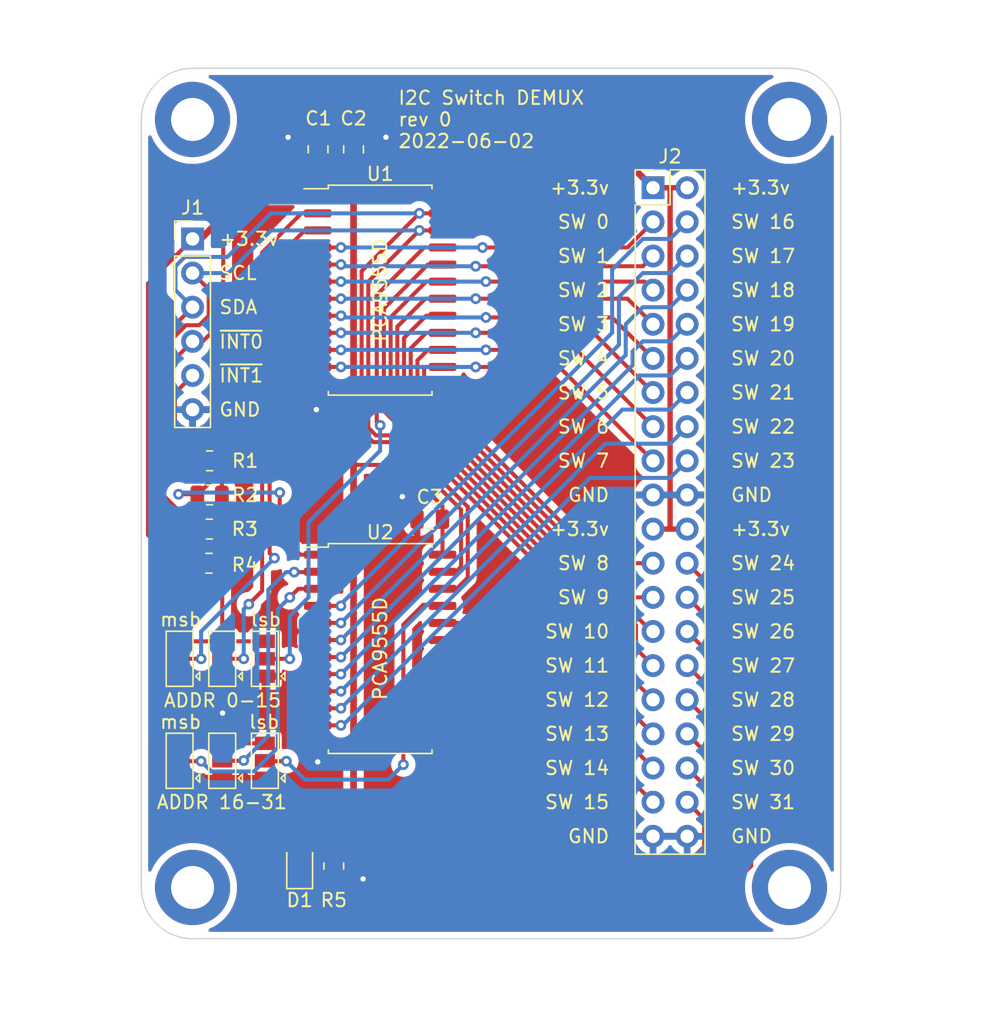
<source format=kicad_pcb>
(kicad_pcb (version 20211014) (generator pcbnew)
  (title_block (title "Switch MUX Breakout Board") (date "2022-06-02") (rev "0") (comment 2 "I2C switch mux") (comment 3 "Breakout board for prototyping functionality") (comment 4 "Drawn by: Jordan Aceto"))
  (layers (0 "F.Cu" signal) (31 "B.Cu" signal) (34 "B.Paste" user) (35 "F.Paste" user) (36 "B.SilkS" user "B.Silkscreen") (37 "F.SilkS" user "F.Silkscreen") (38 "B.Mask" user) (39 "F.Mask" user) (44 "Edge.Cuts" user))
  (net 0 "")
  (net 1 "Net-(D1-Pad1)")
  (net 2 "/SCL")
  (net 3 "/SDA")
  (net 4 "/~{INT 0-15}")
  (net 5 "/~{INT 16-31}")
  (net 6 "/A0 0-15")
  (net 7 "/A1 0-15")
  (net 8 "/A2 0-15")
  (net 9 "/A0 16-31")
  (net 10 "/SW0")
  (net 11 "/SW16")
  (net 12 "/SW1")
  (net 13 "/SW17")
  (net 14 "/SW2")
  (net 15 "/SW18")
  (net 16 "/SW3")
  (net 17 "/SW19")
  (net 18 "/SW4")
  (net 19 "/SW20")
  (net 20 "/SW5")
  (net 21 "/SW21")
  (net 22 "/SW6")
  (net 23 "/SW22")
  (net 24 "/SW7")
  (net 25 "/SW23")
  (net 26 "/SW8")
  (net 27 "/SW24")
  (net 28 "/SW9")
  (net 29 "/SW25")
  (net 30 "/SW10")
  (net 31 "/SW26")
  (net 32 "/SW11")
  (net 33 "/SW27")
  (net 34 "/SW12")
  (net 35 "/SW28")
  (net 36 "/SW13")
  (net 37 "/SW29")
  (net 38 "/SW14")
  (net 39 "/SW30")
  (net 40 "/SW15")
  (net 41 "/SW31")
  (net 42 "/A1 16-31")
  (net 43 "/A2 16-31")
  (net 44 "+3V3")
  (net 45 "GND")
  (footprint "Jumper:SolderJumper-3_P1.3mm_Open_Pad1.0x1.5mm" (layer "F.Cu") (at 131.114801 113.792001 90)
    (fp_text reference "JP4" hide)
    (fp_text value "SolderJumper_3_Open")
  )
  (footprint "Capacitor_SMD:C_0805_2012Metric" (layer "F.Cu") (at 135.077201 75.880001 90)
    (fp_text reference "C1")
    (fp_text value "10u")
  )
  (footprint "LED_SMD:LED_0805_2012Metric" (layer "F.Cu") (at 133.705601 129.209801 90)
    (fp_text reference "D1")
    (fp_text value "LED")
  )
  (footprint "Resistor_SMD:R_0805_2012Metric" (layer "F.Cu") (at 127.000001 99.060001 180)
    (fp_text reference "R1")
    (fp_text value "10k")
  )
  (footprint "Jumper:SolderJumper-3_P1.3mm_Open_Pad1.0x1.5mm" (layer "F.Cu") (at 127.939801 113.792001 90)
    (fp_text reference "JP3" hide)
    (fp_text value "SolderJumper_3_Open")
  )
  (footprint "Connector_PinHeader_2.54mm:PinHeader_1x06_P2.54mm_Vertical" (layer "F.Cu") (at 125.730001 82.550001)
    (fp_text reference "J1")
    (fp_text value "rpi_port")
  )
  (footprint "Package_SO:SOIC-24W_7.5x15.4mm_P1.27mm" (layer "F.Cu") (at 139.700001 113.030001)
    (fp_text reference "U2")
    (fp_text value "PCA9555D")
  )
  (footprint "Jumper:SolderJumper-3_P1.3mm_Open_Pad1.0x1.5mm" (layer "F.Cu") (at 131.114801 121.382001 90)
    (fp_text reference "JP7" hide)
    (fp_text value "SolderJumper_3_Open")
  )
  (footprint "MountingHole:MountingHole_3.2mm_M3_DIN965_Pad" (layer "F.Cu") (at 170.180001 73.660001)
    (fp_text reference "REF**" hide)
    (fp_text value "MountingHole_3.2mm_M3_DIN965_Pad")
  )
  (footprint "Resistor_SMD:R_0805_2012Metric" (layer "F.Cu") (at 127.000001 101.600001 180)
    (fp_text reference "R2")
    (fp_text value "10k")
  )
  (footprint "Capacitor_SMD:C_0805_2012Metric" (layer "F.Cu") (at 143.393201 103.403401 180)
    (fp_text reference "C3")
    (fp_text value "100n")
  )
  (footprint "MountingHole:MountingHole_3.2mm_M3_DIN965_Pad" (layer "F.Cu") (at 170.180001 130.810001)
    (fp_text reference "REF**" hide)
    (fp_text value "MountingHole_3.2mm_M3_DIN965_Pad")
  )
  (footprint "Jumper:SolderJumper-3_P1.3mm_Open_Pad1.0x1.5mm" (layer "F.Cu") (at 124.764801 113.792001 90)
    (fp_text reference "JP2" hide)
    (fp_text value "SolderJumper_3_Open")
  )
  (footprint "Resistor_SMD:R_0805_2012Metric" (layer "F.Cu") (at 136.245601 129.212101 -90)
    (fp_text reference "R5")
    (fp_text value "10k")
  )
  (footprint "Resistor_SMD:R_0805_2012Metric" (layer "F.Cu") (at 126.953001 106.680001 180)
    (fp_text reference "R4")
    (fp_text value "10k")
  )
  (footprint "MountingHole:MountingHole_3.2mm_M3_DIN965_Pad" (layer "F.Cu") (at 125.730001 130.810001)
    (fp_text reference "REF**" hide)
    (fp_text value "MountingHole_3.2mm_M3_DIN965_Pad")
  )
  (footprint "Capacitor_SMD:C_0805_2012Metric" (layer "F.Cu") (at 137.718801 75.880001 90)
    (fp_text reference "C2")
    (fp_text value "100n")
  )
  (footprint "Resistor_SMD:R_0805_2012Metric" (layer "F.Cu") (at 126.976501 104.140001 180)
    (fp_text reference "R3")
    (fp_text value "10k")
  )
  (footprint "Jumper:SolderJumper-3_P1.3mm_Open_Pad1.0x1.5mm" (layer "F.Cu") (at 124.764801 121.382001 90)
    (fp_text reference "JP5" hide)
    (fp_text value "SolderJumper_3_Open")
  )
  (footprint "Package_SO:SOIC-24W_7.5x15.4mm_P1.27mm" (layer "F.Cu") (at 139.700001 86.360001)
    (fp_text reference "U1")
    (fp_text value "PCA9555D")
  )
  (footprint "Jumper:SolderJumper-3_P1.3mm_Open_Pad1.0x1.5mm" (layer "F.Cu") (at 127.939801 121.382001 90)
    (fp_text reference "JP6" hide)
    (fp_text value "SolderJumper_3_Open")
  )
  (footprint "Connector_PinHeader_2.54mm:PinHeader_2x20_P2.54mm_Vertical" (layer "F.Cu") (at 160.020001 78.740001)
    (fp_text reference "J2")
    (fp_text value "LED_header")
  )
  (footprint "MountingHole:MountingHole_3.2mm_M3_DIN965_Pad" (layer "F.Cu") (at 125.730001 73.660001)
    (fp_text reference "REF**" hide)
    (fp_text value "MountingHole_3.2mm_M3_DIN965_Pad")
  )
  (gr_arc (start 121.92 73.66) (mid 123.035923 70.965923) (end 125.73 69.85) (layer "Edge.Cuts") (width 0.1))
  (gr_line (start 125.73 69.850001) (end 170.180001 69.850002) (layer "Edge.Cuts") (width 0.1))
  (gr_arc (start 125.729998 134.619998) (mid 123.035924 133.504074) (end 121.919998 130.809998) (layer "Edge.Cuts") (width 0.1))
  (gr_line (start 173.989998 130.810001) (end 173.990001 73.660001) (layer "Edge.Cuts") (width 0.1))
  (gr_line (start 125.729998 134.619998) (end 170.179999 134.619999) (layer "Edge.Cuts") (width 0.1))
  (gr_line (start 121.919998 130.809998) (end 121.92 73.66) (layer "Edge.Cuts") (width 0.1))
  (gr_arc (start 170.180001 69.850001) (mid 172.874078 70.965924) (end 173.990001 73.660001) (layer "Edge.Cuts") (width 0.1))
  (gr_arc (start 173.989998 130.810001) (mid 172.874074 133.504076) (end 170.179999 134.619999) (layer "Edge.Cuts") (width 0.1))
  (gr_text "GND" (at 127.635001 95.250001) (layer "F.SilkS") (effects (font (size 1 1)) (justify left)))
  (gr_text "SW 10" (at 156.845001 111.760001) (layer "F.SilkS") (effects (font (size 1 1)) (justify right)))
  (gr_text "msb" (at 124.841001 118.491001) (layer "F.SilkS") (effects (font (size 1 1))))
  (gr_text "SW 25" (at 165.735001 109.220001) (layer "F.SilkS") (effects (font (size 1 1)) (justify left)))
  (gr_text "ADDR 0-15" (at 127.965201 116.890801) (layer "F.SilkS") (effects (font (size 1 1))))
  (gr_text "SW 28" (at 165.735001 116.840001) (layer "F.SilkS") (effects (font (size 1 1)) (justify left)))
  (gr_text "SW 21" (at 165.735001 93.980001) (layer "F.SilkS") (effects (font (size 1 1)) (justify left)))
  (gr_text "SW 8" (at 156.845001 106.680001) (layer "F.SilkS") (effects (font (size 1 1)) (justify right)))
  (gr_text "SW 7" (at 156.845001 99.060001) (layer "F.SilkS") (effects (font (size 1 1)) (justify right)))
  (gr_text "SW 24" (at 165.735001 106.680001) (layer "F.SilkS") (effects (font (size 1 1)) (justify left)))
  (gr_text "SCL" (at 127.635001 85.090001) (layer "F.SilkS") (effects (font (size 1 1)) (justify left)))
  (gr_text "SW 18" (at 165.735001 86.360001) (layer "F.SilkS") (effects (font (size 1 1)) (justify left)))
  (gr_text "SW 14" (at 156.845001 121.920001) (layer "F.SilkS") (effects (font (size 1 1)) (justify right)))
  (gr_text "GND" (at 156.845001 101.600001) (layer "F.SilkS") (effects (font (size 1 1)) (justify right)))
  (gr_text "lsb" (at 131.064001 118.491001) (layer "F.SilkS") (effects (font (size 1 1))))
  (gr_text "PCA9555D" (at 139.700001 113.030001 90) (layer "F.SilkS") (effects (font (size 1 1))))
  (gr_text "I2C Switch DEMUX\nrev 0\n2022-06-02" (at 140.970001 73.660001) (layer "F.SilkS") (effects (font (size 1 1)) (justify left)))
  (gr_text "SW 19" (at 165.735001 88.900001) (layer "F.SilkS") (effects (font (size 1 1)) (justify left)))
  (gr_text "SW 9" (at 156.845001 109.220001) (layer "F.SilkS") (effects (font (size 1 1)) (justify right)))
  (gr_text "+3.3v" (at 156.845001 78.740001) (layer "F.SilkS") (effects (font (size 1 1)) (justify right)))
  (gr_text "SW 13" (at 156.845001 119.380001) (layer "F.SilkS") (effects (font (size 1 1)) (justify right)))
  (gr_text "SW 20" (at 165.735001 91.440001) (layer "F.SilkS") (effects (font (size 1 1)) (justify left)))
  (gr_text "SW 12" (at 156.845001 116.840001) (layer "F.SilkS") (effects (font (size 1 1)) (justify right)))
  (gr_text "PCA9555D" (at 139.700001 86.360001 90) (layer "F.SilkS") (effects (font (size 1 1))))
  (gr_text "+3.3v" (at 165.735001 104.140001) (layer "F.SilkS") (effects (font (size 1 1)) (justify left)))
  (gr_text "+3.3v" (at 156.845001 104.140001) (layer "F.SilkS") (effects (font (size 1 1)) (justify right)))
  (gr_text "SW 26" (at 165.735001 111.760001) (layer "F.SilkS") (effects (font (size 1 1)) (justify left)))
  (gr_text "SW 2" (at 156.845001 86.360001) (layer "F.SilkS") (effects (font (size 1 1)) (justify right)))
  (gr_text "GND" (at 165.735001 101.600001) (layer "F.SilkS") (effects (font (size 1 1)) (justify left)))
  (gr_text "~{INT1}" (at 127.635001 92.710001) (layer "F.SilkS") (effects (font (size 1 1)) (justify left)))
  (gr_text "GND" (at 156.845001 127.000001) (layer "F.SilkS") (effects (font (size 1 1)) (justify right)))
  (gr_text "SW 29" (at 165.735001 119.380001) (layer "F.SilkS") (effects (font (size 1 1)) (justify left)))
  (gr_text "lsb" (at 131.191001 110.871001) (layer "F.SilkS") (effects (font (size 1 1))))
  (gr_text "SW 6" (at 156.845001 96.520001) (layer "F.SilkS") (effects (font (size 1 1)) (justify right)))
  (gr_text "~{INT0}" (at 127.635001 90.200001) (layer "F.SilkS") (effects (font (size 1 1)) (justify left)))
  (gr_text "GND" (at 165.735001 127.000001) (layer "F.SilkS") (effects (font (size 1 1)) (justify left)))
  (gr_text "SW 4" (at 156.845001 91.440001) (layer "F.SilkS") (effects (font (size 1 1)) (justify right)))
  (gr_text "msb" (at 124.841001 110.871001) (layer "F.SilkS") (effects (font (size 1 1))))
  (gr_text "SW 31" (at 165.735001 124.460001) (layer "F.SilkS") (effects (font (size 1 1)) (justify left)))
  (gr_text "SW 15" (at 156.845001 124.460001) (layer "F.SilkS") (effects (font (size 1 1)) (justify right)))
  (gr_text "+3.3v" (at 127.635001 82.550001) (layer "F.SilkS") (effects (font (size 1 1)) (justify left)))
  (gr_text "SDA" (at 127.635001 87.630001) (layer "F.SilkS") (effects (font (size 1 1)) (justify left)))
  (gr_text "SW 1" (at 156.845001 83.820001) (layer "F.SilkS") (effects (font (size 1 1)) (justify right)))
  (gr_text "SW 30" (at 165.735001 121.920001) (layer "F.SilkS") (effects (font (size 1 1)) (justify left)))
  (gr_text "SW 17" (at 165.735001 83.820001) (layer "F.SilkS") (effects (font (size 1 1)) (justify left)))
  (gr_text "SW 27" (at 165.735001 114.300001) (layer "F.SilkS") (effects (font (size 1 1)) (justify left)))
  (gr_text "+3.3v" (at 165.735001 78.740001) (layer "F.SilkS") (effects (font (size 1 1)) (justify left)))
  (gr_text "SW 5" (at 156.845001 93.980001) (layer "F.SilkS") (effects (font (size 1 1)) (justify right)))
  (gr_text "SW 22" (at 165.735001 96.520001) (layer "F.SilkS") (effects (font (size 1 1)) (justify left)))
  (gr_text "SW 23" (at 165.735001 99.060001) (layer "F.SilkS") (effects (font (size 1 1)) (justify left)))
  (gr_text "SW 0" (at 156.845001 81.280001) (layer "F.SilkS") (effects (font (size 1 1)) (justify right)))
  (gr_text "ADDR 16-31" (at 127.914401 124.460001) (layer "F.SilkS") (effects (font (size 1 1))))
  (gr_text "SW 11" (at 156.845001 114.300001) (layer "F.SilkS") (effects (font (size 1 1)) (justify right)))
  (gr_text "SW 16" (at 165.735001 81.280001) (layer "F.SilkS") (effects (font (size 1 1)) (justify left)))
  (gr_text "SW 3" (at 156.845001 88.900001) (layer "F.SilkS") (effects (font (size 1 1)) (justify right)))
  (segment (start 134.397901 130.147301) (end 136.245601 128.299601) (width 0.3) (layer "F.Cu") (net 1))
  (segment (start 133.705601 130.147301) (end 134.397901 130.147301) (width 0.3) (layer "F.Cu") (net 1))
  (segment (start 144.350001 81.915001) (end 142.621001 81.915001) (width 0.3) (layer "F.Cu") (net 2))
  (segment (start 126.929512 86.289512) (end 126.929512 88.267834) (width 0.3) (layer "F.Cu") (net 2))
  (segment (start 146.224041 107.750561) (end 145.389601 108.585001) (width 0.3) (layer "F.Cu") (net 2))
  (segment (start 139.389542 97.167912) (end 140.906712 97.167912) (width 0.3) (layer "F.Cu") (net 2))
  (segment (start 123.410162 90.793474) (end 123.410162 101.486162) (width 0.3) (layer "F.Cu") (net 2))
  (segment (start 140.906712 97.167912) (end 146.224041 102.485241) (width 0.3) (layer "F.Cu") (net 2))
  (segment (start 126.929512 88.267834) (end 126.226856 88.97049) (width 0.3) (layer "F.Cu") (net 2))
  (segment (start 145.389601 108.585001) (end 144.350001 108.585001) (width 0.3) (layer "F.Cu") (net 2))
  (segment (start 146.224041 102.485241) (end 146.224041 107.750561) (width 0.3) (layer "F.Cu") (net 2))
  (segment (start 142.621001 81.915001) (end 138.817841 85.718161) (width 0.3) (layer "F.Cu") (net 2))
  (segment (start 125.233146 88.97049) (end 123.410162 90.793474) (width 0.3) (layer "F.Cu") (net 2))
  (segment (start 123.410162 101.486162) (end 126.064001 104.140001) (width 0.3) (layer "F.Cu") (net 2))
  (segment (start 126.226856 88.97049) (end 125.233146 88.97049) (width 0.3) (layer "F.Cu") (net 2))
  (segment (start 125.730001 85.090001) (end 126.929512 86.289512) (width 0.3) (layer "F.Cu") (net 2))
  (segment (start 138.817841 96.596211) (end 139.389542 97.167912) (width 0.3) (layer "F.Cu") (net 2))
  (segment (start 138.817841 85.718161) (end 138.817841 96.596211) (width 0.3) (layer "F.Cu") (net 2))
  (via (at 142.621001 81.915001) (size 0.8) (drill 0.4) (layers "F.Cu" "B.Cu") (net 2))
  (segment (start 128.397001 85.090001) (end 125.730001 85.090001) (width 0.3) (layer "B.Cu") (net 2))
  (segment (start 131.572001 81.915001) (end 128.397001 85.090001) (width 0.3) (layer "B.Cu") (net 2))
  (segment (start 142.621001 81.915001) (end 131.572001 81.915001) (width 0.3) (layer "B.Cu") (net 2))
  (segment (start 138.318321 84.947681) (end 142.621001 80.645001) (width 0.3) (layer "F.Cu") (net 3))
  (segment (start 138.318321 96.803118) (end 138.318321 84.947681) (width 0.3) (layer "F.Cu") (net 3))
  (segment (start 145.724521 102.692149) (end 140.699803 97.667431) (width 0.3) (layer "F.Cu") (net 3))
  (segment (start 122.910642 90.44936) (end 125.730001 87.630001) (width 0.3) (layer "F.Cu") (net 3))
  (segment (start 139.182633 97.667431) (end 138.318321 96.803118) (width 0.3) (layer "F.Cu") (net 3))
  (segment (start 122.910642 103.550142) (end 122.910642 90.44936) (width 0.3) (layer "F.Cu") (net 3))
  (segment (start 144.350001 107.315001) (end 145.338801 107.315001) (width 0.3) (layer "F.Cu") (net 3))
  (segment (start 144.350001 80.645001) (end 142.621001 80.645001) (width 0.3) (layer "F.Cu") (net 3))
  (segment (start 140.699803 97.667431) (end 139.182633 97.667431) (width 0.3) (layer "F.Cu") (net 3))
  (segment (start 145.338801 107.315001) (end 145.724521 106.929281) (width 0.3) (layer "F.Cu") (net 3))
  (segment (start 126.040501 106.680001) (end 122.910642 103.550142) (width 0.3) (layer "F.Cu") (net 3))
  (segment (start 145.724521 106.929281) (end 145.724521 102.692149) (width 0.3) (layer "F.Cu") (net 3))
  (via (at 142.621001 80.645001) (size 0.8) (drill 0.4) (layers "F.Cu" "B.Cu") (net 3))
  (segment (start 131.572001 80.645001) (end 128.326512 83.89049) (width 0.3) (layer "B.Cu") (net 3))
  (segment (start 142.621001 80.645001) (end 131.572001 80.645001) (width 0.3) (layer "B.Cu") (net 3))
  (segment (start 124.460001 86.360001) (end 125.730001 87.630001) (width 0.3) (layer "B.Cu") (net 3))
  (segment (start 124.460001 84.582001) (end 124.460001 86.360001) (width 0.3) (layer "B.Cu") (net 3))
  (segment (start 125.151512 83.89049) (end 124.460001 84.582001) (width 0.3) (layer "B.Cu") (net 3))
  (segment (start 128.326512 83.89049) (end 125.151512 83.89049) (width 0.3) (layer "B.Cu") (net 3))
  (segment (start 125.730001 90.170001) (end 126.492001 90.170001) (width 0.3) (layer "F.Cu") (net 4))
  (segment (start 130.784601 79.375001) (end 135.050001 79.375001) (width 0.3) (layer "F.Cu") (net 4))
  (segment (start 123.909681 98.306481) (end 123.909681 91.990321) (width 0.3) (layer "F.Cu") (net 4))
  (segment (start 128.016001 82.143601) (end 130.784601 79.375001) (width 0.3) (layer "F.Cu") (net 4))
  (segment (start 124.663201 99.060001) (end 123.909681 98.306481) (width 0.3) (layer "F.Cu") (net 4))
  (segment (start 126.492001 90.170001) (end 128.016001 88.646001) (width 0.3) (layer "F.Cu") (net 4))
  (segment (start 126.087501 99.060001) (end 124.663201 99.060001) (width 0.3) (layer "F.Cu") (net 4))
  (segment (start 123.909681 91.990321) (end 125.730001 90.170001) (width 0.3) (layer "F.Cu") (net 4))
  (segment (start 128.016001 88.646001) (end 128.016001 82.143601) (width 0.3) (layer "F.Cu") (net 4))
  (segment (start 132.219901 104.508501) (end 133.756401 106.045001) (width 0.3) (layer "F.Cu") (net 5))
  (segment (start 126.59833 98.010481) (end 125.086881 98.010481) (width 0.3) (layer "F.Cu") (net 5))
  (segment (start 124.409201 97.332801) (end 124.409201 94.030801) (width 0.3) (layer "F.Cu") (net 5))
  (segment (start 124.688601 101.549201) (end 126.036701 101.549201) (width 0.3) (layer "F.Cu") (net 5))
  (segment (start 126.036701 101.549201) (end 126.087501 101.600001) (width 0.3) (layer "F.Cu") (net 5))
  (segment (start 132.219901 101.422201) (end 132.219901 104.508501) (width 0.3) (layer "F.Cu") (net 5))
  (segment (start 126.949521 98.361672) (end 126.59833 98.010481) (width 0.3) (layer "F.Cu") (net 5))
  (segment (start 125.086881 98.010481) (end 124.409201 97.332801) (width 0.3) (layer "F.Cu") (net 5))
  (segment (start 133.756401 106.045001) (end 135.050001 106.045001) (width 0.3) (layer "F.Cu") (net 5))
  (segment (start 126.087501 101.600001) (end 126.949521 100.737981) (width 0.3) (layer "F.Cu") (net 5))
  (segment (start 126.949521 100.737981) (end 126.949521 98.361672) (width 0.3) (layer "F.Cu") (net 5))
  (segment (start 124.409201 94.030801) (end 125.730001 92.710001) (width 0.3) (layer "F.Cu") (net 5))
  (via (at 124.688601 101.549201) (size 0.8) (drill 0.4) (layers "F.Cu" "B.Cu") (net 5))
  (via (at 132.219901 101.422201) (size 0.8) (drill 0.4) (layers "F.Cu" "B.Cu") (net 5))
  (segment (start 132.219901 101.422201) (end 124.815601 101.422201) (width 0.3) (layer "B.Cu") (net 5))
  (segment (start 124.815601 101.422201) (end 124.688601 101.549201) (width 0.3) (layer "B.Cu") (net 5))
  (segment (start 139.446001 86.715601) (end 142.976601 83.185001) (width 0.3) (layer "F.Cu") (net 6))
  (segment (start 132.969001 113.792001) (end 131.114801 113.792001) (width 0.3) (layer "F.Cu") (net 6))
  (segment (start 139.446001 86.715601) (end 139.446001 96.164401) (width 0.3) (layer "F.Cu") (net 6))
  (segment (start 139.446001 96.164401) (end 139.700001 96.418401) (width 0.3) (layer "F.Cu") (net 6))
  (segment (start 144.350001 83.185001) (end 142.976601 83.185001) (width 0.3) (layer "F.Cu") (net 6))
  (via (at 132.969001 113.792001) (size 0.8) (drill 0.4) (layers "F.Cu" "B.Cu") (net 6))
  (via (at 139.700001 96.418401) (size 0.8) (drill 0.4) (layers "F.Cu" "B.Cu") (net 6))
  (segment (start 134.366001 109.220001) (end 132.969001 110.617001) (width 0.3) (layer "B.Cu") (net 6))
  (segment (start 139.700001 98.298001) (end 134.366001 103.632001) (width 0.3) (layer "B.Cu") (net 6))
  (segment (start 134.366001 103.632001) (end 134.366001 109.220001) (width 0.3) (layer "B.Cu") (net 6))
  (segment (start 139.700001 96.418401) (end 139.700001 98.298001) (width 0.3) (layer "B.Cu") (net 6))
  (segment (start 132.969001 110.617001) (end 132.969001 113.792001) (width 0.3) (layer "B.Cu") (net 6))
  (segment (start 127.939801 113.792001) (end 129.540001 113.792001) (width 0.3) (layer "F.Cu") (net 7))
  (segment (start 130.911601 83.566001) (end 133.832601 80.645001) (width 0.3) (layer "F.Cu") (net 7))
  (segment (start 133.832601 80.645001) (end 135.050001 80.645001) (width 0.3) (layer "F.Cu") (net 7))
  (segment (start 129.921001 109.728001) (end 130.911601 108.737401) (width 0.3) (layer "F.Cu") (net 7))
  (segment (start 130.911601 108.737401) (end 130.911601 83.566001) (width 0.3) (layer "F.Cu") (net 7))
  (via (at 129.921001 109.728001) (size 0.8) (drill 0.4) (layers "F.Cu" "B.Cu") (net 7))
  (via (at 129.540001 113.792001) (size 0.8) (drill 0.4) (layers "F.Cu" "B.Cu") (net 7))
  (segment (start 129.540001 110.109001) (end 129.540001 113.792001) (width 0.3) (layer "B.Cu") (net 7))
  (segment (start 129.921001 109.728001) (end 129.540001 110.109001) (width 0.3) (layer "B.Cu") (net 7))
  (segment (start 131.47039 105.94339) (end 131.47039 84.531212) (width 0.3) (layer "F.Cu") (net 8))
  (segment (start 131.47039 84.531212) (end 134.086601 81.915001) (width 0.3) (layer "F.Cu") (net 8))
  (segment (start 134.086601 81.915001) (end 135.050001 81.915001) (width 0.3) (layer "F.Cu") (net 8))
  (segment (start 124.764801 113.792001) (end 126.365001 113.792001) (width 0.3) (layer "F.Cu") (net 8))
  (segment (start 131.826001 106.299001) (end 131.47039 105.94339) (width 0.3) (layer "F.Cu") (net 8))
  (via (at 126.365001 113.792001) (size 0.8) (drill 0.4) (layers "F.Cu" "B.Cu") (net 8))
  (via (at 131.826001 106.299001) (size 0.8) (drill 0.4) (layers "F.Cu" "B.Cu") (net 8))
  (segment (start 126.365001 113.792001) (end 126.365001 111.760001) (width 0.3) (layer "B.Cu") (net 8))
  (segment (start 126.365001 111.760001) (end 131.826001 106.299001) (width 0.3) (layer "B.Cu") (net 8))
  (segment (start 144.273801 109.778801) (end 144.350001 109.855001) (width 0.3) (layer "F.Cu") (net 9))
  (segment (start 132.715001 121.412001) (end 131.144801 121.412001) (width 0.3) (layer "F.Cu") (net 9))
  (segment (start 131.144801 121.412001) (end 131.114801 121.382001) (width 0.3) (layer "F.Cu") (net 9))
  (segment (start 142.900401 109.778801) (end 144.273801 109.778801) (width 0.3) (layer "F.Cu") (net 9))
  (segment (start 141.427201 121.666001) (end 141.427201 111.252001) (width 0.3) (layer "F.Cu") (net 9))
  (segment (start 141.427201 111.252001) (end 142.900401 109.778801) (width 0.3) (layer "F.Cu") (net 9))
  (via (at 141.427201 121.666001) (size 0.8) (drill 0.4) (layers "F.Cu" "B.Cu") (net 9))
  (via (at 132.715001 121.412001) (size 0.8) (drill 0.4) (layers "F.Cu" "B.Cu") (net 9))
  (segment (start 134.086601 122.783601) (end 140.309601 122.783601) (width 0.3) (layer "B.Cu") (net 9))
  (segment (start 140.309601 122.783601) (end 141.427201 121.666001) (width 0.3) (layer "B.Cu") (net 9))
  (segment (start 132.715001 121.412001) (end 134.086601 122.783601) (width 0.3) (layer "B.Cu") (net 9))
  (segment (start 158.115001 83.185001) (end 147.320001 83.185001) (width 0.3) (layer "F.Cu") (net 10))
  (segment (start 136.779001 83.185001) (end 135.050001 83.185001) (width 0.3) (layer "F.Cu") (net 10))
  (segment (start 160.020001 81.280001) (end 158.115001 83.185001) (width 0.3) (layer "F.Cu") (net 10))
  (via (at 147.320001 83.185001) (size 0.8) (drill 0.4) (layers "F.Cu" "B.Cu") (net 10))
  (via (at 136.779001 83.185001) (size 0.8) (drill 0.4) (layers "F.Cu" "B.Cu") (net 10))
  (segment (start 136.779001 83.185001) (end 147.320001 83.185001) (width 0.3) (layer "B.Cu") (net 10))
  (segment (start 135.050001 109.855001) (end 136.779001 109.855001) (width 0.3) (layer "F.Cu") (net 11))
  (via (at 136.779001 109.855001) (size 0.8) (drill 0.4) (layers "F.Cu" "B.Cu") (net 11))
  (segment (start 156.972001 89.535001) (end 136.779001 109.728001) (width 0.3) (layer "B.Cu") (net 11))
  (segment (start 156.972001 84.836001) (end 156.972001 89.535001) (width 0.3) (layer "B.Cu") (net 11))
  (segment (start 159.258001 82.550001) (end 156.972001 84.836001) (width 0.3) (layer "B.Cu") (net 11))
  (segment (start 161.290001 82.550001) (end 159.258001 82.550001) (width 0.3) (layer "B.Cu") (net 11))
  (segment (start 136.779001 109.728001) (end 136.779001 109.855001) (width 0.3) (layer "B.Cu") (net 11))
  (segment (start 162.560001 81.280001) (end 161.290001 82.550001) (width 0.3) (layer "B.Cu") (net 11))
  (segment (start 136.779001 84.455001) (end 135.050001 84.455001) (width 0.3) (layer "F.Cu") (net 12))
  (segment (start 160.020001 83.820001) (end 159.258001 84.582001) (width 0.3) (layer "F.Cu") (net 12))
  (segment (start 159.258001 84.582001) (end 146.812001 84.582001) (width 0.3) (layer "F.Cu") (net 12))
  (via (at 146.812001 84.582001) (size 0.8) (drill 0.4) (layers "F.Cu" "B.Cu") (net 12))
  (via (at 136.779001 84.455001) (size 0.8) (drill 0.4) (layers "F.Cu" "B.Cu") (net 12))
  (segment (start 136.779001 84.455001) (end 136.906001 84.582001) (width 0.3) (layer "B.Cu") (net 12))
  (segment (start 136.906001 84.582001) (end 146.812001 84.582001) (width 0.3) (layer "B.Cu") (net 12))
  (segment (start 135.050001 111.125001) (end 136.779001 111.125001) (width 0.3) (layer "F.Cu") (net 13))
  (via (at 136.779001 111.125001) (size 0.8) (drill 0.4) (layers "F.Cu" "B.Cu") (net 13))
  (segment (start 161.290001 85.090001) (end 159.258001 85.090001) (width 0.3) (layer "B.Cu") (net 13))
  (segment (start 157.480001 90.424001) (end 136.779001 111.125001) (width 0.3) (layer "B.Cu") (net 13))
  (segment (start 159.258001 85.090001) (end 157.480001 86.868001) (width 0.3) (layer "B.Cu") (net 13))
  (segment (start 162.560001 83.820001) (end 161.290001 85.090001) (width 0.3) (layer "B.Cu") (net 13))
  (segment (start 157.480001 86.868001) (end 157.480001 90.424001) (width 0.3) (layer "B.Cu") (net 13))
  (segment (start 147.574001 85.725001) (end 159.385001 85.725001) (width 0.3) (layer "F.Cu") (net 14))
  (segment (start 159.385001 85.725001) (end 160.020001 86.360001) (width 0.3) (layer "F.Cu") (net 14))
  (segment (start 136.779001 85.725001) (end 135.050001 85.725001) (width 0.3) (layer "F.Cu") (net 14))
  (via (at 147.574001 85.725001) (size 0.8) (drill 0.4) (layers "F.Cu" "B.Cu") (net 14))
  (via (at 136.779001 85.725001) (size 0.8) (drill 0.4) (layers "F.Cu" "B.Cu") (net 14))
  (segment (start 136.779001 85.725001) (end 147.574001 85.725001) (width 0.3) (layer "B.Cu") (net 14))
  (segment (start 135.050001 112.395001) (end 136.779001 112.395001) (width 0.3) (layer "F.Cu") (net 15))
  (via (at 136.779001 112.395001) (size 0.8) (drill 0.4) (layers "F.Cu" "B.Cu") (net 15))
  (segment (start 161.290001 87.630001) (end 159.258001 87.630001) (width 0.3) (layer "B.Cu") (net 15))
  (segment (start 162.560001 86.360001) (end 161.290001 87.630001) (width 0.3) (layer "B.Cu") (net 15))
  (segment (start 157.988001 88.900001) (end 157.988001 91.186001) (width 0.3) (layer "B.Cu") (net 15))
  (segment (start 157.988001 91.186001) (end 136.779001 112.395001) (width 0.3) (layer "B.Cu") (net 15))
  (segment (start 159.258001 87.630001) (end 157.988001 88.900001) (width 0.3) (layer "B.Cu") (net 15))
  (segment (start 146.812001 86.995001) (end 158.115001 86.995001) (width 0.3) (layer "F.Cu") (net 16))
  (segment (start 136.779001 86.995001) (end 135.050001 86.995001) (width 0.3) (layer "F.Cu") (net 16))
  (segment (start 158.115001 86.995001) (end 160.020001 88.900001) (width 0.3) (layer "F.Cu") (net 16))
  (via (at 146.812001 86.995001) (size 0.8) (drill 0.4) (layers "F.Cu" "B.Cu") (net 16))
  (via (at 136.779001 86.995001) (size 0.8) (drill 0.4) (layers "F.Cu" "B.Cu") (net 16))
  (segment (start 136.779001 86.995001) (end 146.812001 86.995001) (width 0.3) (layer "B.Cu") (net 16))
  (segment (start 135.050001 113.665001) (end 136.779001 113.665001) (width 0.3) (layer "F.Cu") (net 17))
  (via (at 136.779001 113.665001) (size 0.8) (drill 0.4) (layers "F.Cu" "B.Cu") (net 17))
  (segment (start 158.496001 91.948001) (end 136.779001 113.665001) (width 0.3) (layer "B.Cu") (net 17))
  (segment (start 161.290001 90.170001) (end 159.258001 90.170001) (width 0.3) (layer "B.Cu") (net 17))
  (segment (start 159.258001 90.170001) (end 158.496001 90.932001) (width 0.3) (layer "B.Cu") (net 17))
  (segment (start 158.496001 90.932001) (end 158.496001 91.948001) (width 0.3) (layer "B.Cu") (net 17))
  (segment (start 162.560001 88.900001) (end 161.290001 90.170001) (width 0.3) (layer "B.Cu") (net 17))
  (segment (start 156.972001 88.392001) (end 147.574001 88.392001) (width 0.3) (layer "F.Cu") (net 18))
  (segment (start 160.020001 91.440001) (end 156.972001 88.392001) (width 0.3) (layer "F.Cu") (net 18))
  (segment (start 136.779001 88.265001) (end 135.050001 88.265001) (width 0.3) (layer "F.Cu") (net 18))
  (via (at 147.574001 88.392001) (size 0.8) (drill 0.4) (layers "F.Cu" "B.Cu") (net 18))
  (via (at 136.779001 88.265001) (size 0.8) (drill 0.4) (layers "F.Cu" "B.Cu") (net 18))
  (segment (start 136.779001 88.265001) (end 136.906001 88.392001) (width 0.3) (layer "B.Cu") (net 18))
  (segment (start 136.906001 88.392001) (end 147.574001 88.392001) (width 0.3) (layer "B.Cu") (net 18))
  (segment (start 135.050001 114.935001) (end 136.779001 114.935001) (width 0.3) (layer "F.Cu") (net 19))
  (via (at 136.779001 114.935001) (size 0.8) (drill 0.4) (layers "F.Cu" "B.Cu") (net 19))
  (segment (start 159.004001 92.710001) (end 136.779001 114.935001) (width 0.3) (layer "B.Cu") (net 19))
  (segment (start 161.290001 92.710001) (end 159.004001 92.710001) (width 0.3) (layer "B.Cu") (net 19))
  (segment (start 162.560001 91.440001) (end 161.290001 92.710001) (width 0.3) (layer "B.Cu") (net 19))
  (segment (start 160.020001 93.980001) (end 155.575001 89.535001) (width 0.3) (layer "F.Cu") (net 20))
  (segment (start 155.575001 89.535001) (end 146.812001 89.535001) (width 0.3) (layer "F.Cu") (net 20))
  (segment (start 136.779001 89.535001) (end 135.050001 89.535001) (width 0.3) (layer "F.Cu") (net 20))
  (via (at 146.812001 89.535001) (size 0.8) (drill 0.4) (layers "F.Cu" "B.Cu") (net 20))
  (via (at 136.779001 89.535001) (size 0.8) (drill 0.4) (layers "F.Cu" "B.Cu") (net 20))
  (segment (start 136.779001 89.535001) (end 146.812001 89.535001) (width 0.3) (layer "B.Cu") (net 20))
  (segment (start 135.050001 116.205001) (end 136.779001 116.205001) (width 0.3) (layer "F.Cu") (net 21))
  (via (at 136.779001 116.205001) (size 0.8) (drill 0.4) (layers "F.Cu" "B.Cu") (net 21))
  (segment (start 157.734001 95.250001) (end 136.779001 116.205001) (width 0.3) (layer "B.Cu") (net 21))
  (segment (start 162.560001 93.980001) (end 161.290001 95.250001) (width 0.3) (layer "B.Cu") (net 21))
  (segment (start 161.290001 95.250001) (end 157.734001 95.250001) (width 0.3) (layer "B.Cu") (net 21))
  (segment (start 154.305001 90.805001) (end 160.020001 96.520001) (width 0.3) (layer "F.Cu") (net 22))
  (segment (start 136.779001 90.805001) (end 135.050001 90.805001) (width 0.3) (layer "F.Cu") (net 22))
  (segment (start 147.574001 90.805001) (end 154.305001 90.805001) (width 0.3) (layer "F.Cu") (net 22))
  (via (at 136.779001 90.805001) (size 0.8) (drill 0.4) (layers "F.Cu" "B.Cu") (net 22))
  (via (at 147.574001 90.805001) (size 0.8) (drill 0.4) (layers "F.Cu" "B.Cu") (net 22))
  (segment (start 136.779001 90.805001) (end 147.574001 90.805001) (width 0.3) (layer "B.Cu") (net 22))
  (segment (start 135.050001 117.475001) (end 136.779001 117.475001) (width 0.3) (layer "F.Cu") (net 23))
  (via (at 136.779001 117.475001) (size 0.8) (drill 0.4) (layers "F.Cu" "B.Cu") (net 23))
  (segment (start 161.290001 97.790001) (end 156.464001 97.790001) (width 0.3) (layer "B.Cu") (net 23))
  (segment (start 156.464001 97.790001) (end 136.779001 117.475001) (width 0.3) (layer "B.Cu") (net 23))
  (segment (start 162.560001 96.520001) (end 161.290001 97.790001) (width 0.3) (layer "B.Cu") (net 23))
  (segment (start 160.020001 99.060001) (end 153.035001 92.075001) (width 0.3) (layer "F.Cu") (net 24))
  (segment (start 136.779001 92.075001) (end 135.050001 92.075001) (width 0.3) (layer "F.Cu") (net 24))
  (segment (start 153.035001 92.075001) (end 146.812001 92.075001) (width 0.3) (layer "F.Cu") (net 24))
  (via (at 146.812001 92.075001) (size 0.8) (drill 0.4) (layers "F.Cu" "B.Cu") (net 24))
  (via (at 136.779001 92.075001) (size 0.8) (drill 0.4) (layers "F.Cu" "B.Cu") (net 24))
  (segment (start 136.779001 92.075001) (end 146.812001 92.075001) (width 0.3) (layer "B.Cu") (net 24))
  (segment (start 135.050001 118.745001) (end 136.779001 118.745001) (width 0.3) (layer "F.Cu") (net 25))
  (via (at 136.779001 118.745001) (size 0.8) (drill 0.4) (layers "F.Cu" "B.Cu") (net 25))
  (segment (start 161.290001 100.330001) (end 155.321001 100.330001) (width 0.3) (layer "B.Cu") (net 25))
  (segment (start 155.321001 100.330001) (end 136.906001 118.745001) (width 0.3) (layer "B.Cu") (net 25))
  (segment (start 136.906001 118.745001) (end 136.779001 118.745001) (width 0.3) (layer "B.Cu") (net 25))
  (segment (start 162.560001 99.060001) (end 161.290001 100.330001) (width 0.3) (layer "B.Cu") (net 25))
  (segment (start 144.350001 93.345001) (end 144.350001 94.788289) (width 0.3) (layer "F.Cu") (net 26))
  (segment (start 144.350001 94.788289) (end 156.241713 106.680001) (width 0.3) (layer "F.Cu") (net 26))
  (segment (start 156.241713 106.680001) (end 160.020001 106.680001) (width 0.3) (layer "F.Cu") (net 26))
  (segment (start 150.622001 120.904001) (end 149.733001 120.015001) (width 0.3) (layer "F.Cu") (net 27))
  (segment (start 162.560001 106.680001) (end 167.326578 111.446578) (width 0.3) (layer "F.Cu") (net 27))
  (segment (start 149.733001 120.015001) (end 144.350001 120.015001) (width 0.3) (layer "F.Cu") (net 27))
  (segment (start 164.262336 132.274573) (end 156.785573 132.274573) (width 0.3) (layer "F.Cu") (net 27))
  (segment (start 167.326578 111.446578) (end 167.326578 129.210331) (width 0.3) (layer "F.Cu") (net 27))
  (segment (start 156.785573 132.274573) (end 150.622001 126.111001) (width 0.3) (layer "F.Cu") (net 27))
  (segment (start 167.326578 129.210331) (end 164.262336 132.274573) (width 0.3) (layer "F.Cu") (net 27))
  (segment (start 150.622001 126.111001) (end 150.622001 120.904001) (width 0.3) (layer "F.Cu") (net 27))
  (segment (start 142.975481 94.120197) (end 158.075285 109.220001) (width 0.3) (layer "F.Cu") (net 28))
  (segment (start 144.350001 92.075001) (end 143.129001 92.075001) (width 0.3) (layer "F.Cu") (net 28))
  (segment (start 158.075285 109.220001) (end 160.020001 109.220001) (width 0.3) (layer "F.Cu") (net 28))
  (segment (start 143.129001 92.075001) (end 142.975481 92.228521) (width 0.3) (layer "F.Cu") (net 28))
  (segment (start 142.975481 92.228521) (end 142.975481 94.120197) (width 0.3) (layer "F.Cu") (net 28))
  (segment (start 144.350001 118.745001) (end 149.169416 118.745001) (width 0.3) (layer "F.Cu") (net 29))
  (segment (start 151.130001 125.912585) (end 156.992478 131.775062) (width 0.3) (layer "F.Cu") (net 29))
  (segment (start 151.130001 120.705586) (end 151.130001 125.912585) (width 0.3) (layer "F.Cu") (net 29))
  (segment (start 149.169416 118.745001) (end 151.130001 120.705586) (width 0.3) (layer "F.Cu") (net 29))
  (segment (start 166.827067 113.487067) (end 162.560001 109.220001) (width 0.3) (layer "F.Cu") (net 29))
  (segment (start 166.827067 129.003424) (end 166.827067 113.487067) (width 0.3) (layer "F.Cu") (net 29))
  (segment (start 164.05543 131.775063) (end 166.827067 129.003424) (width 0.3) (layer "F.Cu") (net 29))
  (segment (start 156.992478 131.775062) (end 164.05543 131.775063) (width 0.3) (layer "F.Cu") (net 29))
  (segment (start 159.908857 111.760001) (end 160.020001 111.760001) (width 0.3) (layer "F.Cu") (net 30))
  (segment (start 142.475961 91.585041) (end 142.475961 94.327105) (width 0.3) (layer "F.Cu") (net 30))
  (segment (start 142.475961 94.327105) (end 159.908857 111.760001) (width 0.3) (layer "F.Cu") (net 30))
  (segment (start 143.256001 90.805001) (end 142.475961 91.585041) (width 0.3) (layer "F.Cu") (net 30))
  (segment (start 144.350001 90.805001) (end 143.256001 90.805001) (width 0.3) (layer "F.Cu") (net 30))
  (segment (start 151.638001 125.714169) (end 157.199383 131.275551) (width 0.3) (layer "F.Cu") (net 31))
  (segment (start 166.327556 128.79652) (end 166.327556 115.527556) (width 0.3) (layer "F.Cu") (net 31))
  (segment (start 151.638001 120.396001) (end 151.638001 125.714169) (width 0.3) (layer "F.Cu") (net 31))
  (segment (start 144.350001 117.475001) (end 148.717001 117.475001) (width 0.3) (layer "F.Cu") (net 31))
  (segment (start 163.848525 131.275553) (end 166.327556 128.79652) (width 0.3) (layer "F.Cu") (net 31))
  (segment (start 166.327556 115.527556) (end 162.560001 111.760001) (width 0.3) (layer "F.Cu") (net 31))
  (segment (start 157.199383 131.275551) (end 163.848525 131.275553) (width 0.3) (layer "F.Cu") (net 31))
  (segment (start 148.717001 117.475001) (end 151.638001 120.396001) (width 0.3) (layer "F.Cu") (net 31))
  (segment (start 158.750001 113.030001) (end 160.020001 114.300001) (width 0.3) (layer "F.Cu") (net 32))
  (segment (start 141.976441 90.687561) (end 141.976441 94.534013) (width 0.3) (layer "F.Cu") (net 32))
  (segment (start 141.976441 94.534013) (end 158.750001 111.307573) (width 0.3) (layer "F.Cu") (net 32))
  (segment (start 144.350001 89.535001) (end 143.129001 89.535001) (width 0.3) (layer "F.Cu") (net 32))
  (segment (start 158.750001 111.307573) (end 158.750001 113.030001) (width 0.3) (layer "F.Cu") (net 32))
  (segment (start 143.129001 89.535001) (end 141.976441 90.687561) (width 0.3) (layer "F.Cu") (net 32))
  (segment (start 165.828045 128.589616) (end 165.828045 117.568045) (width 0.3) (layer "F.Cu") (net 33))
  (segment (start 163.64162 130.776043) (end 165.828045 128.589616) (width 0.3) (layer "F.Cu") (net 33))
  (segment (start 144.350001 116.205001) (end 148.209001 116.205001) (width 0.3) (layer "F.Cu") (net 33))
  (segment (start 165.828045 117.568045) (end 162.560001 114.300001) (width 0.3) (layer "F.Cu") (net 33))
  (segment (start 157.406288 130.77604) (end 163.64162 130.776043) (width 0.3) (layer "F.Cu") (net 33))
  (segment (start 152.146001 120.142001) (end 152.146001 125.515753) (width 0.3) (layer "F.Cu") (net 33))
  (segment (start 148.209001 116.205001) (end 152.146001 120.142001) (width 0.3) (layer "F.Cu") (net 33))
  (segment (start 152.146001 125.515753) (end 157.406288 130.77604) (width 0.3) (layer "F.Cu") (net 33))
  (segment (start 141.476921 94.740921) (end 158.242001 111.506001) (width 0.3) (layer "F.Cu") (net 34))
  (segment (start 143.129001 88.265001) (end 141.476921 89.917081) (width 0.3) (layer "F.Cu") (net 34))
  (segment (start 158.242001 115.062001) (end 160.020001 116.840001) (width 0.3) (layer "F.Cu") (net 34))
  (segment (start 141.476921 89.917081) (end 141.476921 94.740921) (width 0.3) (layer "F.Cu") (net 34))
  (segment (start 158.242001 111.506001) (end 158.242001 115.062001) (width 0.3) (layer "F.Cu") (net 34))
  (segment (start 144.350001 88.265001) (end 143.129001 88.265001) (width 0.3) (layer "F.Cu") (net 34))
  (segment (start 144.350001 114.935001) (end 147.701001 114.935001) (width 0.3) (layer "F.Cu") (net 35))
  (segment (start 152.654001 125.317337) (end 157.613193 130.276529) (width 0.3) (layer "F.Cu") (net 35))
  (segment (start 163.434715 130.276533) (end 165.328534 128.382712) (width 0.3) (layer "F.Cu") (net 35))
  (segment (start 147.701001 114.935001) (end 152.654001 119.888001) (width 0.3) (layer "F.Cu") (net 35))
  (segment (start 165.328534 119.608534) (end 162.560001 116.840001) (width 0.3) (layer "F.Cu") (net 35))
  (segment (start 165.328534 128.382712) (end 165.328534 119.608534) (width 0.3) (layer "F.Cu") (net 35))
  (segment (start 157.613193 130.276529) (end 163.434715 130.276533) (width 0.3) (layer "F.Cu") (net 35))
  (segment (start 152.654001 119.888001) (end 152.654001 125.317337) (width 0.3) (layer "F.Cu") (net 35))
  (segment (start 140.977401 94.947839) (end 157.734001 111.704439) (width 0.3) (layer "F.Cu") (net 36))
  (segment (start 157.734001 117.094001) (end 160.020001 119.380001) (width 0.3) (layer "F.Cu") (net 36))
  (segment (start 157.734001 111.704439) (end 157.734001 117.094001) (width 0.3) (layer "F.Cu") (net 36))
  (segment (start 143.057573 86.995001) (end 140.977401 89.075173) (width 0.3) (layer "F.Cu") (net 36))
  (segment (start 144.350001 86.995001) (end 143.057573 86.995001) (width 0.3) (layer "F.Cu") (net 36))
  (segment (start 140.977401 89.075173) (end 140.977401 94.947839) (width 0.3) (layer "F.Cu") (net 36))
  (segment (start 164.829023 128.175809) (end 164.829023 121.649023) (width 0.3) (layer "F.Cu") (net 37))
  (segment (start 153.162001 119.634001) (end 153.162001 125.118921) (width 0.3) (layer "F.Cu") (net 37))
  (segment (start 164.829023 121.649023) (end 162.560001 119.380001) (width 0.3) (layer "F.Cu") (net 37))
  (segment (start 153.162001 125.118921) (end 157.820098 129.777018) (width 0.3) (layer "F.Cu") (net 37))
  (segment (start 147.193001 113.665001) (end 153.162001 119.634001) (width 0.3) (layer "F.Cu") (net 37))
  (segment (start 163.227811 129.777022) (end 164.829023 128.175809) (width 0.3) (layer "F.Cu") (net 37))
  (segment (start 157.820098 129.777018) (end 163.227811 129.777022) (width 0.3) (layer "F.Cu") (net 37))
  (segment (start 144.350001 113.665001) (end 147.193001 113.665001) (width 0.3) (layer "F.Cu") (net 37))
  (segment (start 157.226001 119.126001) (end 160.020001 121.920001) (width 0.3) (layer "F.Cu") (net 38))
  (segment (start 144.350001 85.725001) (end 143.129001 85.725001) (width 0.3) (layer "F.Cu") (net 38))
  (segment (start 140.477882 88.37612) (end 140.477882 95.154736) (width 0.3) (layer "F.Cu") (net 38))
  (segment (start 140.477882 95.154736) (end 157.226001 111.902855) (width 0.3) (layer "F.Cu") (net 38))
  (segment (start 143.129001 85.725001) (end 140.477882 88.37612) (width 0.3) (layer "F.Cu") (net 38))
  (segment (start 157.226001 111.902855) (end 157.226001 119.126001) (width 0.3) (layer "F.Cu") (net 38))
  (segment (start 163.020906 129.277512) (end 164.329512 127.968905) (width 0.3) (layer "F.Cu") (net 39))
  (segment (start 164.329512 127.968905) (end 164.329512 123.689512) (width 0.3) (layer "F.Cu") (net 39))
  (segment (start 158.035097 129.277512) (end 163.020906 129.277512) (width 0.3) (layer "F.Cu") (net 39))
  (segment (start 144.350001 112.395001) (end 146.685001 112.395001) (width 0.3) (layer "F.Cu") (net 39))
  (segment (start 164.329512 123.689512) (end 162.560001 121.920001) (width 0.3) (layer "F.Cu") (net 39))
  (segment (start 153.670001 119.380001) (end 153.670001 124.912417) (width 0.3) (layer "F.Cu") (net 39))
  (segment (start 146.685001 112.395001) (end 153.670001 119.380001) (width 0.3) (layer "F.Cu") (net 39))
  (segment (start 153.670001 124.912417) (end 158.035097 129.277512) (width 0.3) (layer "F.Cu") (net 39))
  (segment (start 143.256001 84.455001) (end 144.350001 84.455001) (width 0.3) (layer "F.Cu") (net 40))
  (segment (start 160.020001 124.460001) (end 156.718001 121.158001) (width 0.3) (layer "F.Cu") (net 40))
  (segment (start 156.718001 112.101282) (end 139.978363 95.361644) (width 0.3) (layer "F.Cu") (net 40))
  (segment (start 139.978363 87.732639) (end 143.256001 84.455001) (width 0.3) (layer "F.Cu") (net 40))
  (segment (start 156.718001 121.158001) (end 156.718001 112.101282) (width 0.3) (layer "F.Cu") (net 40))
  (segment (start 139.978363 95.361644) (end 139.978363 87.732639) (width 0.3) (layer "F.Cu") (net 40))
  (segment (start 162.814001 128.778001) (end 163.830001 127.762001) (width 0.3) (layer "F.Cu") (net 41))
  (segment (start 163.830001 127.762001) (end 163.830001 125.730001) (width 0.3) (layer "F.Cu") (net 41))
  (segment (start 146.177001 111.125001) (end 154.169512 119.117512) (width 0.3) (layer "F.Cu") (net 41))
  (segment (start 144.350001 111.125001) (end 146.177001 111.125001) (width 0.3) (layer "F.Cu") (net 41))
  (segment (start 163.830001 125.730001) (end 162.560001 124.460001) (width 0.3) (layer "F.Cu") (net 41))
  (segment (start 154.169512 119.117512) (end 154.169512 124.705512) (width 0.3) (layer "F.Cu") (net 41))
  (segment (start 158.242001 128.778001) (end 162.814001 128.778001) (width 0.3) (layer "F.Cu") (net 41))
  (segment (start 154.169512 124.705512) (end 158.242001 128.778001) (width 0.3) (layer "F.Cu") (net 41))
  (segment (start 135.024601 107.340401) (end 135.050001 107.315001) (width 0.3) (layer "F.Cu") (net 42))
  (segment (start 127.939801 121.382001) (end 129.519201 121.382001) (width 0.3) (layer "F.Cu") (net 42))
  (segment (start 133.299201 107.340401) (end 135.024601 107.340401) (width 0.3) (layer "F.Cu") (net 42))
  (segment (start 129.519201 121.382001) (end 129.540001 121.361201) (width 0.3) (layer "F.Cu") (net 42))
  (via (at 133.299201 107.340401) (size 0.8) (drill 0.4) (layers "F.Cu" "B.Cu") (net 42))
  (via (at 129.540001 121.361201) (size 0.8) (drill 0.4) (layers "F.Cu" "B.Cu") (net 42))
  (segment (start 129.540001 121.361201) (end 131.368801 119.532401) (width 0.3) (layer "B.Cu") (net 42))
  (segment (start 132.689601 107.340401) (end 133.299201 107.340401) (width 0.3) (layer "B.Cu") (net 42))
  (segment (start 131.368801 119.532401) (end 131.368801 108.661201) (width 0.3) (layer "B.Cu") (net 42))
  (segment (start 131.368801 108.661201) (end 132.689601 107.340401) (width 0.3) (layer "B.Cu") (net 42))
  (segment (start 124.794801 121.412001) (end 124.764801 121.382001) (width 0.3) (layer "F.Cu") (net 43))
  (segment (start 126.365001 121.412001) (end 124.794801 121.412001) (width 0.3) (layer "F.Cu") (net 43))
  (segment (start 133.604001 108.585001) (end 132.969001 109.220001) (width 0.3) (layer "F.Cu") (net 43))
  (segment (start 135.050001 108.585001) (end 133.604001 108.585001) (width 0.3) (layer "F.Cu") (net 43))
  (via (at 126.365001 121.412001) (size 0.8) (drill 0.4) (layers "F.Cu" "B.Cu") (net 43))
  (via (at 132.969001 109.220001) (size 0.8) (drill 0.4) (layers "F.Cu" "B.Cu") (net 43))
  (segment (start 130.302001 122.174001) (end 132.080001 120.396001) (width 0.3) (layer "B.Cu") (net 43))
  (segment (start 127.127001 122.174001) (end 130.302001 122.174001) (width 0.3) (layer "B.Cu") (net 43))
  (segment (start 132.080001 110.109001) (end 132.080001 120.396001) (width 0.3) (layer "B.Cu") (net 43))
  (segment (start 132.969001 109.220001) (end 132.080001 110.109001) (width 0.3) (layer "B.Cu") (net 43))
  (segment (start 127.127001 122.174001) (end 126.365001 121.412001) (width 0.3) (layer "B.Cu") (net 43))
  (segment (start 126.334352 108.534201) (end 125.178481 107.37833) (width 0.3) (layer "F.Cu") (net 44))
  (segment (start 137.718801 99.364801) (end 137.718801 124.259101) (width 0.5) (layer "F.Cu") (net 44))
  (segment (start 134.066201 76.830001) (end 132.359401 78.536801) (width 0.5) (layer "F.Cu") (net 44))
  (segment (start 135.077201 76.830001) (end 134.066201 76.830001) (width 0.5) (layer "F.Cu") (net 44))
  (segment (start 144.350001 79.375001) (end 144.350001 77.030001) (width 0.3) (layer "F.Cu") (net 44))
  (segment (start 126.339601 82.550001) (end 125.730001 82.550001) (width 0.5) (layer "F.Cu") (net 44))
  (segment (start 141.274801 99.364801) (end 137.718801 99.364801) (width 0.3) (layer "F.Cu") (net 44))
  (segment (start 125.178481 107.347681) (end 122.411123 104.580323) (width 0.3) (layer "F.Cu") (net 44))
  (segment (start 127.912501 106.633001) (end 127.865501 106.680001) (width 0.3) (layer "F.Cu") (net 44))
  (segment (start 137.718801 124.259101) (end 133.705601 128.272301) (width 0.5) (layer "F.Cu") (net 44))
  (segment (start 127.939801 108.585001) (end 127.939801 112.492001) (width 0.3) (layer "F.Cu") (net 44))
  (segment (start 144.343201 103.403401) (end 144.343201 102.433201) (width 0.3) (layer "F.Cu") (net 44))
  (segment (start 123.012201 119.380001) (end 123.714201 120.082001) (width 0.3) (layer "F.Cu") (net 44))
  (segment (start 131.114801 112.492001) (end 124.764801 112.492001) (width 0.3) (layer "F.Cu") (net 44))
  (segment (start 144.350001 77.030001) (end 144.150001 76.830001) (width 0.3) (layer "F.Cu") (net 44))
  (segment (start 123.012201 113.157001) (end 123.012201 119.380001) (width 0.3) (layer "F.Cu") (net 44))
  (segment (start 137.718801 76.830001) (end 135.077201 76.830001) (width 0.5) (layer "F.Cu") (net 44))
  (segment (start 123.714201 120.082001) (end 124.764801 120.082001) (width 0.3) (layer "F.Cu") (net 44))
  (segment (start 160.020001 78.740001) (end 161.290001 78.740001) (width 0.4) (layer "F.Cu") (net 44))
  (segment (start 124.764801 112.492001) (end 123.677201 112.492001) (width 0.3) (layer "F.Cu") (net 44))
  (segment (start 144.343201 106.038201) (end 144.350001 106.045001) (width 0.3) (layer "F.Cu") (net 44))
  (segment (start 144.343201 102.433201) (end 141.274801 99.364801) (width 0.3) (layer "F.Cu") (net 44))
  (segment (start 160.020001 104.140001) (end 161.290001 104.140001) (width 0.4) (layer "F.Cu") (net 44))
  (segment (start 123.677201 112.492001) (end 123.012201 113.157001) (width 0.3) (layer "F.Cu") (net 44))
  (segment (start 137.718801 99.364801) (end 137.718801 76.830001) (width 0.5) (layer "F.Cu") (net 44))
  (segment (start 144.343201 103.403401) (end 144.343201 106.038201) (width 0.3) (layer "F.Cu") (net 44))
  (segment (start 127.912501 99.060001) (end 127.912501 106.633001) (width 0.3) (layer "F.Cu") (net 44))
  (segment (start 122.411123 104.580323) (end 122.411123 85.868879) (width 0.3) (layer "F.Cu") (net 44))
  (segment (start 161.290001 104.140001) (end 162.560001 104.140001) (width 0.4) (layer "F.Cu") (net 44))
  (segment (start 144.150001 76.830001) (end 158.110001 76.830001) (width 0.5) (layer "F.Cu") (net 44))
  (segment (start 122.411123 85.868879) (end 125.730001 82.550001) (width 0.3) (layer "F.Cu") (net 44))
  (segment (start 130.352801 78.536801) (end 126.339601 82.550001) (width 0.5) (layer "F.Cu") (net 44))
  (segment (start 127.939801 106.754301) (end 127.939801 108.585001) (width 0.3) (layer "F.Cu") (net 44))
  (segment (start 125.178481 107.37833) (end 125.178481 107.347681) (width 0.3) (layer "F.Cu") (net 44))
  (segment (start 127.865501 106.680001) (end 127.939801 106.754301) (width 0.3) (layer "F.Cu") (net 44))
  (segment (start 137.718801 76.830001) (end 144.150001 76.830001) (width 0.5) (layer "F.Cu") (net 44))
  (segment (start 161.290001 104.140001) (end 161.290001 78.740001) (width 0.4) (layer "F.Cu") (net 44))
  (segment (start 127.889001 108.534201) (end 126.334352 108.534201) (width 0.3) (layer "F.Cu") (net 44))
  (segment (start 158.110001 76.830001) (end 160.020001 78.740001) (width 0.5) (layer "F.Cu") (net 44))
  (segment (start 131.114801 120.082001) (end 124.764801 120.082001) (width 0.3) (layer "F.Cu") (net 44))
  (segment (start 161.290001 78.740001) (end 162.560001 78.740001) (width 0.4) (layer "F.Cu") (net 44))
  (segment (start 127.939801 108.585001) (end 127.889001 108.534201) (width 0.3) (layer "F.Cu") (net 44))
  (segment (start 132.359401 78.536801) (end 130.352801 78.536801) (width 0.5) (layer "F.Cu") (net 44))
  (via (at 135.051801 121.462801) (size 0.8) (drill 0.4) (layers "F.Cu" "B.Cu") (net 45))
  (via (at 138.430001 130.175001) (size 0.8) (drill 0.4) (layers "F.Cu" "B.Cu") (net 45))
  (via (at 140.131801 74.980801) (size 0.8) (drill 0.4) (layers "F.Cu" "B.Cu") (net 45))
  (via (at 141.351001 101.727001) (size 0.8) (drill 0.4) (layers "F.Cu" "B.Cu") (net 45))
  (via (at 127.965201 117.830601) (size 0.8) (drill 0.4) (layers "F.Cu" "B.Cu") (net 45))
  (via (at 134.950201 95.250001) (size 0.8) (drill 0.4) (layers "F.Cu" "B.Cu") (net 45))
  (via (at 132.842001 74.980801) (size 0.8) (drill 0.4) (layers "F.Cu" "B.Cu") (net 45))
  (zone (net 45) (net_name "GND") (layer "F.Cu") (connect_pads (clearance 0.508)) (min_thickness 0.254) (fill yes (thermal_gap 0.508) (thermal_bridge_width 0.508))
    (polygon (pts (xy 176.530001 138.430001) (xy 118.110001 138.430001) (xy 118.110001 67.310001) (xy 176.530001 67.310001)))
  )
  (zone (net 45) (net_name "GND") (layer "B.Cu") (connect_pads (clearance 0.508)) (min_thickness 0.254) (fill yes (thermal_gap 0.508) (thermal_bridge_width 0.508))
    (polygon (pts (xy 179.070001 140.970001) (xy 115.570001 140.970001) (xy 115.570001 64.770001) (xy 179.070001 64.770001)))
  )
)
</source>
